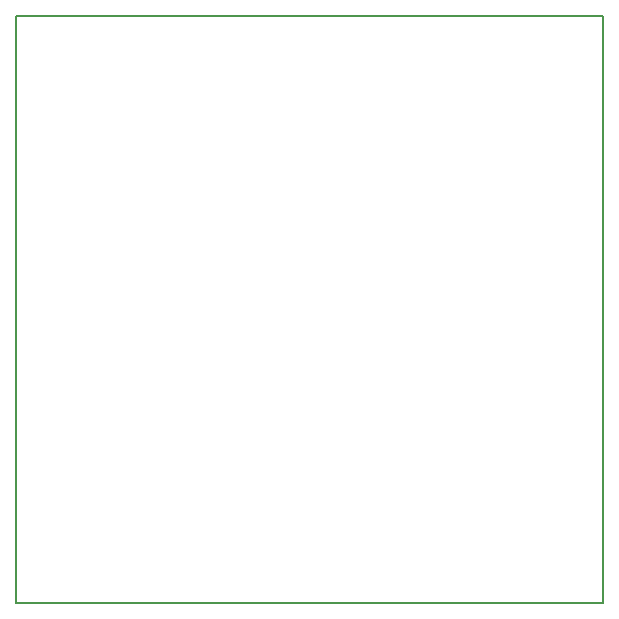
<source format=gbr>
%FSLAX32Y32*%
%MOMM*%
%LNKONTUR*%
G71*
G01*
%ADD10C, 0.20*%
%LPD*%
G54D10*
X4985Y4984D02*
X16Y4984D01*
G54D10*
X16Y4984D02*
X16Y15D01*
G54D10*
X16Y15D02*
X4985Y15D01*
G54D10*
X4985Y15D02*
X4985Y4984D01*
M02*

</source>
